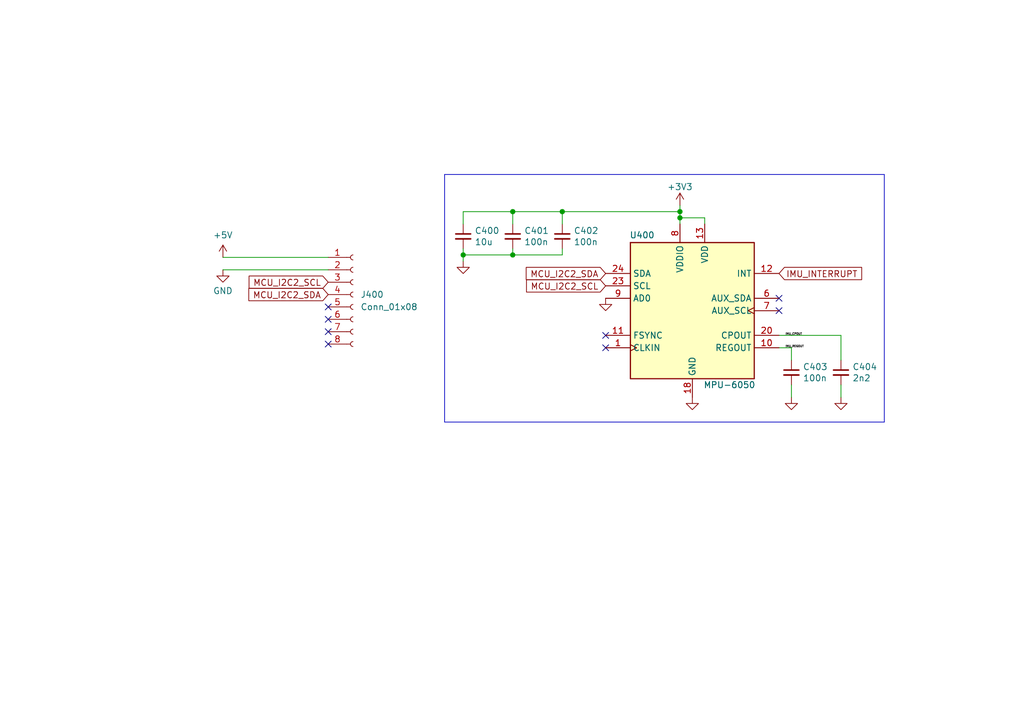
<source format=kicad_sch>
(kicad_sch (version 20230121) (generator eeschema)

  (uuid 0589dc9e-ef89-4c3f-a509-645d996b2ae6)

  (paper "A5")

  (lib_symbols
    (symbol "BluePhil-rescue:+3.3V-power" (power) (pin_names (offset 0)) (in_bom yes) (on_board yes)
      (property "Reference" "#PWR" (at 0 -3.81 0)
        (effects (font (size 1.27 1.27)) hide)
      )
      (property "Value" "+3.3V-power" (at 0 3.556 0)
        (effects (font (size 1.27 1.27)))
      )
      (property "Footprint" "" (at 0 0 0)
        (effects (font (size 1.27 1.27)) hide)
      )
      (property "Datasheet" "" (at 0 0 0)
        (effects (font (size 1.27 1.27)) hide)
      )
      (symbol "+3.3V-power_0_1"
        (polyline
          (pts
            (xy -0.762 1.27)
            (xy 0 2.54)
          )
          (stroke (width 0) (type default))
          (fill (type none))
        )
        (polyline
          (pts
            (xy 0 0)
            (xy 0 2.54)
          )
          (stroke (width 0) (type default))
          (fill (type none))
        )
        (polyline
          (pts
            (xy 0 2.54)
            (xy 0.762 1.27)
          )
          (stroke (width 0) (type default))
          (fill (type none))
        )
      )
      (symbol "+3.3V-power_1_1"
        (pin power_in line (at 0 0 90) (length 0) hide
          (name "+3V3" (effects (font (size 1.27 1.27))))
          (number "1" (effects (font (size 1.27 1.27))))
        )
      )
    )
    (symbol "Connector:Conn_01x08_Socket" (pin_names (offset 1.016) hide) (in_bom yes) (on_board yes)
      (property "Reference" "J" (at 0 10.16 0)
        (effects (font (size 1.27 1.27)))
      )
      (property "Value" "Conn_01x08_Socket" (at 0 -12.7 0)
        (effects (font (size 1.27 1.27)))
      )
      (property "Footprint" "" (at 0 0 0)
        (effects (font (size 1.27 1.27)) hide)
      )
      (property "Datasheet" "~" (at 0 0 0)
        (effects (font (size 1.27 1.27)) hide)
      )
      (property "ki_locked" "" (at 0 0 0)
        (effects (font (size 1.27 1.27)))
      )
      (property "ki_keywords" "connector" (at 0 0 0)
        (effects (font (size 1.27 1.27)) hide)
      )
      (property "ki_description" "Generic connector, single row, 01x08, script generated" (at 0 0 0)
        (effects (font (size 1.27 1.27)) hide)
      )
      (property "ki_fp_filters" "Connector*:*_1x??_*" (at 0 0 0)
        (effects (font (size 1.27 1.27)) hide)
      )
      (symbol "Conn_01x08_Socket_1_1"
        (arc (start 0 -9.652) (mid -0.5058 -10.16) (end 0 -10.668)
          (stroke (width 0.1524) (type default))
          (fill (type none))
        )
        (arc (start 0 -7.112) (mid -0.5058 -7.62) (end 0 -8.128)
          (stroke (width 0.1524) (type default))
          (fill (type none))
        )
        (arc (start 0 -4.572) (mid -0.5058 -5.08) (end 0 -5.588)
          (stroke (width 0.1524) (type default))
          (fill (type none))
        )
        (arc (start 0 -2.032) (mid -0.5058 -2.54) (end 0 -3.048)
          (stroke (width 0.1524) (type default))
          (fill (type none))
        )
        (polyline
          (pts
            (xy -1.27 -10.16)
            (xy -0.508 -10.16)
          )
          (stroke (width 0.1524) (type default))
          (fill (type none))
        )
        (polyline
          (pts
            (xy -1.27 -7.62)
            (xy -0.508 -7.62)
          )
          (stroke (width 0.1524) (type default))
          (fill (type none))
        )
        (polyline
          (pts
            (xy -1.27 -5.08)
            (xy -0.508 -5.08)
          )
          (stroke (width 0.1524) (type default))
          (fill (type none))
        )
        (polyline
          (pts
            (xy -1.27 -2.54)
            (xy -0.508 -2.54)
          )
          (stroke (width 0.1524) (type default))
          (fill (type none))
        )
        (polyline
          (pts
            (xy -1.27 0)
            (xy -0.508 0)
          )
          (stroke (width 0.1524) (type default))
          (fill (type none))
        )
        (polyline
          (pts
            (xy -1.27 2.54)
            (xy -0.508 2.54)
          )
          (stroke (width 0.1524) (type default))
          (fill (type none))
        )
        (polyline
          (pts
            (xy -1.27 5.08)
            (xy -0.508 5.08)
          )
          (stroke (width 0.1524) (type default))
          (fill (type none))
        )
        (polyline
          (pts
            (xy -1.27 7.62)
            (xy -0.508 7.62)
          )
          (stroke (width 0.1524) (type default))
          (fill (type none))
        )
        (arc (start 0 0.508) (mid -0.5058 0) (end 0 -0.508)
          (stroke (width 0.1524) (type default))
          (fill (type none))
        )
        (arc (start 0 3.048) (mid -0.5058 2.54) (end 0 2.032)
          (stroke (width 0.1524) (type default))
          (fill (type none))
        )
        (arc (start 0 5.588) (mid -0.5058 5.08) (end 0 4.572)
          (stroke (width 0.1524) (type default))
          (fill (type none))
        )
        (arc (start 0 8.128) (mid -0.5058 7.62) (end 0 7.112)
          (stroke (width 0.1524) (type default))
          (fill (type none))
        )
        (pin passive line (at -5.08 7.62 0) (length 3.81)
          (name "Pin_1" (effects (font (size 1.27 1.27))))
          (number "1" (effects (font (size 1.27 1.27))))
        )
        (pin passive line (at -5.08 5.08 0) (length 3.81)
          (name "Pin_2" (effects (font (size 1.27 1.27))))
          (number "2" (effects (font (size 1.27 1.27))))
        )
        (pin passive line (at -5.08 2.54 0) (length 3.81)
          (name "Pin_3" (effects (font (size 1.27 1.27))))
          (number "3" (effects (font (size 1.27 1.27))))
        )
        (pin passive line (at -5.08 0 0) (length 3.81)
          (name "Pin_4" (effects (font (size 1.27 1.27))))
          (number "4" (effects (font (size 1.27 1.27))))
        )
        (pin passive line (at -5.08 -2.54 0) (length 3.81)
          (name "Pin_5" (effects (font (size 1.27 1.27))))
          (number "5" (effects (font (size 1.27 1.27))))
        )
        (pin passive line (at -5.08 -5.08 0) (length 3.81)
          (name "Pin_6" (effects (font (size 1.27 1.27))))
          (number "6" (effects (font (size 1.27 1.27))))
        )
        (pin passive line (at -5.08 -7.62 0) (length 3.81)
          (name "Pin_7" (effects (font (size 1.27 1.27))))
          (number "7" (effects (font (size 1.27 1.27))))
        )
        (pin passive line (at -5.08 -10.16 0) (length 3.81)
          (name "Pin_8" (effects (font (size 1.27 1.27))))
          (number "8" (effects (font (size 1.27 1.27))))
        )
      )
    )
    (symbol "Device:C_Small" (pin_numbers hide) (pin_names (offset 0.254) hide) (in_bom yes) (on_board yes)
      (property "Reference" "C" (at 0.254 1.778 0)
        (effects (font (size 1.27 1.27)) (justify left))
      )
      (property "Value" "C_Small" (at 0.254 -2.032 0)
        (effects (font (size 1.27 1.27)) (justify left))
      )
      (property "Footprint" "" (at 0 0 0)
        (effects (font (size 1.27 1.27)) hide)
      )
      (property "Datasheet" "~" (at 0 0 0)
        (effects (font (size 1.27 1.27)) hide)
      )
      (property "ki_keywords" "capacitor cap" (at 0 0 0)
        (effects (font (size 1.27 1.27)) hide)
      )
      (property "ki_description" "Unpolarized capacitor, small symbol" (at 0 0 0)
        (effects (font (size 1.27 1.27)) hide)
      )
      (property "ki_fp_filters" "C_*" (at 0 0 0)
        (effects (font (size 1.27 1.27)) hide)
      )
      (symbol "C_Small_0_1"
        (polyline
          (pts
            (xy -1.524 -0.508)
            (xy 1.524 -0.508)
          )
          (stroke (width 0.3302) (type default))
          (fill (type none))
        )
        (polyline
          (pts
            (xy -1.524 0.508)
            (xy 1.524 0.508)
          )
          (stroke (width 0.3048) (type default))
          (fill (type none))
        )
      )
      (symbol "C_Small_1_1"
        (pin passive line (at 0 2.54 270) (length 2.032)
          (name "~" (effects (font (size 1.27 1.27))))
          (number "1" (effects (font (size 1.27 1.27))))
        )
        (pin passive line (at 0 -2.54 90) (length 2.032)
          (name "~" (effects (font (size 1.27 1.27))))
          (number "2" (effects (font (size 1.27 1.27))))
        )
      )
    )
    (symbol "GND_1" (power) (pin_names (offset 0)) (in_bom yes) (on_board yes)
      (property "Reference" "#PWR" (at 0 -6.35 0)
        (effects (font (size 1.27 1.27)) hide)
      )
      (property "Value" "GND_1" (at 0 -3.81 0)
        (effects (font (size 1.27 1.27)))
      )
      (property "Footprint" "" (at 0 0 0)
        (effects (font (size 1.27 1.27)) hide)
      )
      (property "Datasheet" "" (at 0 0 0)
        (effects (font (size 1.27 1.27)) hide)
      )
      (property "ki_keywords" "global power" (at 0 0 0)
        (effects (font (size 1.27 1.27)) hide)
      )
      (property "ki_description" "Power symbol creates a global label with name \"GND\" , ground" (at 0 0 0)
        (effects (font (size 1.27 1.27)) hide)
      )
      (symbol "GND_1_0_1"
        (polyline
          (pts
            (xy 0 0)
            (xy 0 -1.27)
            (xy 1.27 -1.27)
            (xy 0 -2.54)
            (xy -1.27 -1.27)
            (xy 0 -1.27)
          )
          (stroke (width 0) (type default))
          (fill (type none))
        )
      )
      (symbol "GND_1_1_1"
        (pin power_in line (at 0 0 270) (length 0) hide
          (name "GND" (effects (font (size 1.27 1.27))))
          (number "1" (effects (font (size 1.27 1.27))))
        )
      )
    )
    (symbol "Sensor_Motion:MPU-6050" (in_bom yes) (on_board yes)
      (property "Reference" "U" (at -11.43 13.97 0)
        (effects (font (size 1.27 1.27)))
      )
      (property "Value" "MPU-6050" (at 7.62 -15.24 0)
        (effects (font (size 1.27 1.27)))
      )
      (property "Footprint" "Sensor_Motion:InvenSense_QFN-24_4x4mm_P0.5mm" (at 0 -20.32 0)
        (effects (font (size 1.27 1.27)) hide)
      )
      (property "Datasheet" "https://store.invensense.com/datasheets/invensense/MPU-6050_DataSheet_V3%204.pdf" (at 0 -3.81 0)
        (effects (font (size 1.27 1.27)) hide)
      )
      (property "ki_keywords" "mems" (at 0 0 0)
        (effects (font (size 1.27 1.27)) hide)
      )
      (property "ki_description" "InvenSense 6-Axis Motion Sensor, Gyroscope, Accelerometer, I2C" (at 0 0 0)
        (effects (font (size 1.27 1.27)) hide)
      )
      (property "ki_fp_filters" "*QFN*4x4mm*P0.5mm*" (at 0 0 0)
        (effects (font (size 1.27 1.27)) hide)
      )
      (symbol "MPU-6050_0_0"
        (text "" (at 12.7 -2.54 0)
          (effects (font (size 1.27 1.27)))
        )
      )
      (symbol "MPU-6050_0_1"
        (rectangle (start -12.7 13.97) (end 12.7 -13.97)
          (stroke (width 0.254) (type default))
          (fill (type background))
        )
      )
      (symbol "MPU-6050_1_1"
        (pin input clock (at -17.78 -7.62 0) (length 5.08)
          (name "CLKIN" (effects (font (size 1.27 1.27))))
          (number "1" (effects (font (size 1.27 1.27))))
        )
        (pin passive line (at 17.78 -7.62 180) (length 5.08)
          (name "REGOUT" (effects (font (size 1.27 1.27))))
          (number "10" (effects (font (size 1.27 1.27))))
        )
        (pin input line (at -17.78 -5.08 0) (length 5.08)
          (name "FSYNC" (effects (font (size 1.27 1.27))))
          (number "11" (effects (font (size 1.27 1.27))))
        )
        (pin output line (at 17.78 7.62 180) (length 5.08)
          (name "INT" (effects (font (size 1.27 1.27))))
          (number "12" (effects (font (size 1.27 1.27))))
        )
        (pin power_in line (at 2.54 17.78 270) (length 3.81)
          (name "VDD" (effects (font (size 1.27 1.27))))
          (number "13" (effects (font (size 1.27 1.27))))
        )
        (pin no_connect line (at -12.7 -10.16 0) (length 2.54) hide
          (name "NC" (effects (font (size 1.27 1.27))))
          (number "14" (effects (font (size 1.27 1.27))))
        )
        (pin no_connect line (at 12.7 12.7 180) (length 2.54) hide
          (name "NC" (effects (font (size 1.27 1.27))))
          (number "15" (effects (font (size 1.27 1.27))))
        )
        (pin no_connect line (at 12.7 10.16 180) (length 2.54) hide
          (name "NC" (effects (font (size 1.27 1.27))))
          (number "16" (effects (font (size 1.27 1.27))))
        )
        (pin no_connect line (at 12.7 5.08 180) (length 2.54) hide
          (name "NC" (effects (font (size 1.27 1.27))))
          (number "17" (effects (font (size 1.27 1.27))))
        )
        (pin power_in line (at 0 -17.78 90) (length 3.81)
          (name "GND" (effects (font (size 1.27 1.27))))
          (number "18" (effects (font (size 1.27 1.27))))
        )
        (pin no_connect line (at 12.7 -10.16 180) (length 2.54) hide
          (name "NC" (effects (font (size 1.27 1.27))))
          (number "19" (effects (font (size 1.27 1.27))))
        )
        (pin no_connect line (at -12.7 12.7 0) (length 2.54) hide
          (name "NC" (effects (font (size 1.27 1.27))))
          (number "2" (effects (font (size 1.27 1.27))))
        )
        (pin passive line (at 17.78 -5.08 180) (length 5.08)
          (name "CPOUT" (effects (font (size 1.27 1.27))))
          (number "20" (effects (font (size 1.27 1.27))))
        )
        (pin no_connect line (at 12.7 -2.54 180) (length 2.54) hide
          (name "NC" (effects (font (size 1.27 1.27))))
          (number "21" (effects (font (size 1.27 1.27))))
        )
        (pin no_connect line (at 12.7 -12.7 180) (length 2.54) hide
          (name "NC" (effects (font (size 1.27 1.27))))
          (number "22" (effects (font (size 1.27 1.27))))
        )
        (pin input line (at -17.78 5.08 0) (length 5.08)
          (name "SCL" (effects (font (size 1.27 1.27))))
          (number "23" (effects (font (size 1.27 1.27))))
        )
        (pin bidirectional line (at -17.78 7.62 0) (length 5.08)
          (name "SDA" (effects (font (size 1.27 1.27))))
          (number "24" (effects (font (size 1.27 1.27))))
        )
        (pin no_connect line (at -12.7 10.16 0) (length 2.54) hide
          (name "NC" (effects (font (size 1.27 1.27))))
          (number "3" (effects (font (size 1.27 1.27))))
        )
        (pin no_connect line (at -12.7 0 0) (length 2.54) hide
          (name "NC" (effects (font (size 1.27 1.27))))
          (number "4" (effects (font (size 1.27 1.27))))
        )
        (pin no_connect line (at -12.7 -2.54 0) (length 2.54) hide
          (name "NC" (effects (font (size 1.27 1.27))))
          (number "5" (effects (font (size 1.27 1.27))))
        )
        (pin bidirectional line (at 17.78 2.54 180) (length 5.08)
          (name "AUX_SDA" (effects (font (size 1.27 1.27))))
          (number "6" (effects (font (size 1.27 1.27))))
        )
        (pin output clock (at 17.78 0 180) (length 5.08)
          (name "AUX_SCL" (effects (font (size 1.27 1.27))))
          (number "7" (effects (font (size 1.27 1.27))))
        )
        (pin power_in line (at -2.54 17.78 270) (length 3.81)
          (name "VDDIO" (effects (font (size 1.27 1.27))))
          (number "8" (effects (font (size 1.27 1.27))))
        )
        (pin input line (at -17.78 2.54 0) (length 5.08)
          (name "AD0" (effects (font (size 1.27 1.27))))
          (number "9" (effects (font (size 1.27 1.27))))
        )
      )
    )
    (symbol "power:+5V" (power) (pin_names (offset 0)) (in_bom yes) (on_board yes)
      (property "Reference" "#PWR" (at 0 -3.81 0)
        (effects (font (size 1.27 1.27)) hide)
      )
      (property "Value" "+5V" (at 0 3.556 0)
        (effects (font (size 1.27 1.27)))
      )
      (property "Footprint" "" (at 0 0 0)
        (effects (font (size 1.27 1.27)) hide)
      )
      (property "Datasheet" "" (at 0 0 0)
        (effects (font (size 1.27 1.27)) hide)
      )
      (property "ki_keywords" "global power" (at 0 0 0)
        (effects (font (size 1.27 1.27)) hide)
      )
      (property "ki_description" "Power symbol creates a global label with name \"+5V\"" (at 0 0 0)
        (effects (font (size 1.27 1.27)) hide)
      )
      (symbol "+5V_0_1"
        (polyline
          (pts
            (xy -0.762 1.27)
            (xy 0 2.54)
          )
          (stroke (width 0) (type default))
          (fill (type none))
        )
        (polyline
          (pts
            (xy 0 0)
            (xy 0 2.54)
          )
          (stroke (width 0) (type default))
          (fill (type none))
        )
        (polyline
          (pts
            (xy 0 2.54)
            (xy 0.762 1.27)
          )
          (stroke (width 0) (type default))
          (fill (type none))
        )
      )
      (symbol "+5V_1_1"
        (pin power_in line (at 0 0 90) (length 0) hide
          (name "+5V" (effects (font (size 1.27 1.27))))
          (number "1" (effects (font (size 1.27 1.27))))
        )
      )
    )
    (symbol "power:GND" (power) (pin_names (offset 0)) (in_bom yes) (on_board yes)
      (property "Reference" "#PWR" (at 0 -6.35 0)
        (effects (font (size 1.27 1.27)) hide)
      )
      (property "Value" "GND" (at 0 -3.81 0)
        (effects (font (size 1.27 1.27)))
      )
      (property "Footprint" "" (at 0 0 0)
        (effects (font (size 1.27 1.27)) hide)
      )
      (property "Datasheet" "" (at 0 0 0)
        (effects (font (size 1.27 1.27)) hide)
      )
      (property "ki_keywords" "power-flag" (at 0 0 0)
        (effects (font (size 1.27 1.27)) hide)
      )
      (property "ki_description" "Power symbol creates a global label with name \"GND\" , ground" (at 0 0 0)
        (effects (font (size 1.27 1.27)) hide)
      )
      (symbol "GND_0_1"
        (polyline
          (pts
            (xy 0 0)
            (xy 0 -1.27)
            (xy 1.27 -1.27)
            (xy 0 -2.54)
            (xy -1.27 -1.27)
            (xy 0 -1.27)
          )
          (stroke (width 0) (type default))
          (fill (type none))
        )
      )
      (symbol "GND_1_1"
        (pin power_in line (at 0 0 270) (length 0) hide
          (name "GND" (effects (font (size 1.27 1.27))))
          (number "1" (effects (font (size 1.27 1.27))))
        )
      )
    )
  )

  (junction (at 105.156 43.434) (diameter 0) (color 0 0 0 0)
    (uuid 0d43a7e3-3149-4879-90c5-4fbd5c405c99)
  )
  (junction (at 139.446 44.704) (diameter 0) (color 0 0 0 0)
    (uuid 20234eff-6ac3-4502-8bfd-6833aee511fc)
  )
  (junction (at 94.996 52.324) (diameter 0) (color 0 0 0 0)
    (uuid 3868f92e-ca99-4abc-baae-883f2ae18ba1)
  )
  (junction (at 105.156 52.324) (diameter 0) (color 0 0 0 0)
    (uuid 450b13ab-bb7d-4583-b440-2dbbfaba1dbd)
  )
  (junction (at 115.316 43.434) (diameter 0) (color 0 0 0 0)
    (uuid 7a3f1cae-5eb0-46b5-b6c1-afa3d8d2f92a)
  )
  (junction (at 139.446 43.434) (diameter 0) (color 0 0 0 0)
    (uuid 7dadf38b-d157-438a-baac-8ecbf8b30fa8)
  )

  (no_connect (at 159.766 63.754) (uuid 1c9b9088-00f7-4e2e-9688-5e259cb39418))
  (no_connect (at 67.31 70.612) (uuid 58ecb738-e42f-492c-8cf6-6eec6d12bfb2))
  (no_connect (at 159.766 61.214) (uuid 7248af90-e9b8-4d05-9767-1d116991bfb8))
  (no_connect (at 124.206 71.374) (uuid a3d33eb5-1b59-4438-8451-a569b0113dc5))
  (no_connect (at 124.206 68.834) (uuid b9dd1a1b-89ef-4146-99ec-32dcbb6c8dc5))
  (no_connect (at 67.31 65.532) (uuid c46be670-2fe7-4db0-a721-ca934c6d7177))
  (no_connect (at 67.31 62.992) (uuid d19b158f-4437-41e6-bcb5-352549f834b0))
  (no_connect (at 67.31 68.072) (uuid de9c02c0-b033-4fb9-85a8-ee903baed93b))

  (wire (pts (xy 162.306 71.374) (xy 159.766 71.374))
    (stroke (width 0) (type default))
    (uuid 00f7b149-43f1-44c9-8d95-b02fb698c093)
  )
  (wire (pts (xy 105.156 51.054) (xy 105.156 52.324))
    (stroke (width 0) (type default))
    (uuid 03839071-e408-497d-9396-ef009458bcd6)
  )
  (wire (pts (xy 162.306 78.994) (xy 162.306 81.534))
    (stroke (width 0) (type default))
    (uuid 07892068-2140-4188-aa9c-b8df33895056)
  )
  (wire (pts (xy 139.446 44.704) (xy 139.446 45.974))
    (stroke (width 0) (type default))
    (uuid 274862dc-bf2d-4e95-a895-c2d482309d55)
  )
  (wire (pts (xy 105.156 45.974) (xy 105.156 43.434))
    (stroke (width 0) (type default))
    (uuid 33edb8ee-3ce6-4476-8904-c0e8fc29b9bc)
  )
  (wire (pts (xy 144.526 44.704) (xy 144.526 45.974))
    (stroke (width 0) (type default))
    (uuid 349c7a1f-6a75-408b-bc26-d8ca2fc4d8ea)
  )
  (wire (pts (xy 115.316 52.324) (xy 115.316 51.054))
    (stroke (width 0) (type default))
    (uuid 49b70c6b-8857-473f-bcc5-6281e5327167)
  )
  (wire (pts (xy 45.72 52.832) (xy 67.31 52.832))
    (stroke (width 0) (type default))
    (uuid 4dceac44-8f50-404b-98f6-65b0d0849a69)
  )
  (wire (pts (xy 94.996 45.974) (xy 94.996 43.434))
    (stroke (width 0) (type default))
    (uuid 54406497-774b-4388-abc9-c6f88abcd295)
  )
  (wire (pts (xy 172.466 73.914) (xy 172.466 68.834))
    (stroke (width 0) (type default))
    (uuid 5801e4f3-d839-4976-b112-c5736fdd088d)
  )
  (wire (pts (xy 45.72 55.372) (xy 67.31 55.372))
    (stroke (width 0) (type default))
    (uuid 593d36eb-6d25-4a62-b29d-2f59677f45fd)
  )
  (wire (pts (xy 94.996 52.324) (xy 105.156 52.324))
    (stroke (width 0) (type default))
    (uuid 5d754b44-3f6b-4ab3-a572-7a97a32248ea)
  )
  (wire (pts (xy 172.466 81.534) (xy 172.466 78.994))
    (stroke (width 0) (type default))
    (uuid 6304e4f3-7972-4a24-9628-ea1db672bc48)
  )
  (wire (pts (xy 115.316 45.974) (xy 115.316 43.434))
    (stroke (width 0) (type default))
    (uuid 6cb787ee-7038-4504-9bc0-9827eb6cd61a)
  )
  (wire (pts (xy 105.156 52.324) (xy 115.316 52.324))
    (stroke (width 0) (type default))
    (uuid 713951ba-9580-4020-a42d-098c66260dc9)
  )
  (wire (pts (xy 172.466 68.834) (xy 159.766 68.834))
    (stroke (width 0) (type default))
    (uuid 7c39df9d-0a41-4a1c-adae-f4d91ab4da62)
  )
  (polyline (pts (xy 181.356 86.614) (xy 181.356 35.814))
    (stroke (width 0) (type default))
    (uuid 848b1207-aa71-4f2f-b436-31f0527dcb21)
  )
  (polyline (pts (xy 91.186 35.814) (xy 181.356 35.814))
    (stroke (width 0) (type default))
    (uuid 853b2cf4-5688-4f16-be54-e622184cc2e3)
  )

  (wire (pts (xy 139.446 43.434) (xy 139.446 44.704))
    (stroke (width 0) (type default))
    (uuid 86d1a882-c1d9-4047-bb54-3899b5d69c9d)
  )
  (wire (pts (xy 139.446 42.164) (xy 139.446 43.434))
    (stroke (width 0) (type default))
    (uuid a1e985bb-3342-40ef-bff1-554b26901732)
  )
  (polyline (pts (xy 91.186 35.814) (xy 91.186 86.614))
    (stroke (width 0) (type default))
    (uuid a61aacf8-d3e8-4619-8e97-43d5f65c79c5)
  )

  (wire (pts (xy 115.316 43.434) (xy 139.446 43.434))
    (stroke (width 0) (type default))
    (uuid b60a3416-e57c-4521-959b-7cdc9e4e4f07)
  )
  (wire (pts (xy 115.316 43.434) (xy 105.156 43.434))
    (stroke (width 0) (type default))
    (uuid cb29f443-5576-40b5-9bbf-b86b14c530f0)
  )
  (wire (pts (xy 94.996 52.324) (xy 94.996 51.054))
    (stroke (width 0) (type default))
    (uuid d3d2c610-0e60-40a0-aecf-dcec303aa59f)
  )
  (polyline (pts (xy 91.186 86.614) (xy 181.356 86.614))
    (stroke (width 0) (type default))
    (uuid d676608d-927f-4716-b110-c4b2c407f2dc)
  )

  (wire (pts (xy 94.996 53.594) (xy 94.996 52.324))
    (stroke (width 0) (type default))
    (uuid d75066bc-8f68-466f-9e94-96cf9fbdf14c)
  )
  (wire (pts (xy 139.446 44.704) (xy 144.526 44.704))
    (stroke (width 0) (type default))
    (uuid dfb1b176-cf8c-4139-b1b6-fc967baac76e)
  )
  (wire (pts (xy 162.306 71.374) (xy 162.306 73.914))
    (stroke (width 0) (type default))
    (uuid e021e498-a426-40a0-8d9f-0003d98d3de0)
  )
  (wire (pts (xy 94.996 43.434) (xy 105.156 43.434))
    (stroke (width 0) (type default))
    (uuid ed75db76-c025-49a1-bce5-7ba6d0894f8d)
  )

  (label "IMU_CPOUT" (at 161.036 68.834 0) (fields_autoplaced)
    (effects (font (size 0.4064 0.4064)) (justify left bottom))
    (uuid 6573ad1a-6c5a-4a60-8658-63a032f8ec03)
  )
  (label "IMU_REGOUT" (at 161.036 71.374 0) (fields_autoplaced)
    (effects (font (size 0.4064 0.4064)) (justify left bottom))
    (uuid faae02ed-a8ba-427a-8c09-5181e36fc6c4)
  )

  (global_label "IMU_INTERRUPT" (shape input) (at 159.766 56.134 0) (fields_autoplaced)
    (effects (font (size 1.27 1.27)) (justify left))
    (uuid 582a239a-21a0-4db2-a776-77d368b9990d)
    (property "Intersheetrefs" "${INTERSHEET_REFS}" (at -18.034 -59.436 0)
      (effects (font (size 1.27 1.27)) hide)
    )
  )
  (global_label "MCU_I2C2_SCL" (shape input) (at 124.206 58.674 180) (fields_autoplaced)
    (effects (font (size 1.27 1.27)) (justify right))
    (uuid 68a26820-83e8-47a9-950d-97a2d5f54372)
    (property "Intersheetrefs" "${INTERSHEET_REFS}" (at -18.034 -59.436 0)
      (effects (font (size 1.27 1.27)) hide)
    )
  )
  (global_label "MCU_I2C2_SDA" (shape input) (at 67.31 60.452 180) (fields_autoplaced)
    (effects (font (size 1.27 1.27)) (justify right))
    (uuid 88fe0235-51a1-4a90-84d8-3d07b407eba5)
    (property "Intersheetrefs" "${INTERSHEET_REFS}" (at -74.93 -55.118 0)
      (effects (font (size 1.27 1.27)) hide)
    )
  )
  (global_label "MCU_I2C2_SCL" (shape input) (at 67.31 57.912 180) (fields_autoplaced)
    (effects (font (size 1.27 1.27)) (justify right))
    (uuid c0a06638-6876-4dcf-83a7-97cd64af7c9f)
    (property "Intersheetrefs" "${INTERSHEET_REFS}" (at -74.93 -60.198 0)
      (effects (font (size 1.27 1.27)) hide)
    )
  )
  (global_label "MCU_I2C2_SDA" (shape input) (at 124.206 56.134 180) (fields_autoplaced)
    (effects (font (size 1.27 1.27)) (justify right))
    (uuid e989390b-c24b-4eab-96fe-a7ab9fe8ddbc)
    (property "Intersheetrefs" "${INTERSHEET_REFS}" (at -18.034 -59.436 0)
      (effects (font (size 1.27 1.27)) hide)
    )
  )

  (symbol (lib_id "Sensor_Motion:MPU-6050") (at 141.986 63.754 0) (unit 1)
    (in_bom yes) (on_board yes) (dnp no)
    (uuid 00000000-0000-0000-0000-0000604a62ff)
    (property "Reference" "U400" (at 131.699 48.26 0)
      (effects (font (size 1.27 1.27)))
    )
    (property "Value" "MPU-6050" (at 149.606 78.994 0)
      (effects (font (size 1.27 1.27)))
    )
    (property "Footprint" "Sensor_Motion:InvenSense_QFN-24_4x4mm_P0.5mm" (at 141.986 84.074 0)
      (effects (font (size 1.27 1.27)) hide)
    )
    (property "Datasheet" "https://store.invensense.com/datasheets/invensense/MPU-6050_DataSheet_V3%204.pdf" (at 141.986 67.564 0)
      (effects (font (size 1.27 1.27)) hide)
    )
    (property "LCSC Part #" "C24112" (at 141.986 63.754 0)
      (effects (font (size 1.27 1.27)) hide)
    )
    (pin "1" (uuid b5d72070-12f3-4647-b3ac-795b23819ed4))
    (pin "10" (uuid 2656bd0b-1634-44f5-ac41-5cbccdcd2613))
    (pin "11" (uuid 88516956-5056-4d60-9dd0-759208ebd749))
    (pin "12" (uuid 545b8365-3ee3-4357-af53-860e18fd82b3))
    (pin "13" (uuid 4dae3029-ca8c-4651-a6df-f16941fed0b8))
    (pin "14" (uuid 35627826-7922-48f3-997f-8ec9bc21851f))
    (pin "15" (uuid 9ad3ad55-439a-44d7-bdf4-a292a530868d))
    (pin "16" (uuid d8c1949a-3fa3-40c3-b195-3e83da3e5d60))
    (pin "17" (uuid 14b1bcad-998a-4116-8506-4554a457ca15))
    (pin "18" (uuid 4db9c75e-1d38-4b80-b166-a7824783e069))
    (pin "19" (uuid 4ff2dbeb-033a-4e5a-92b5-597da3ae2b85))
    (pin "2" (uuid 787e82e1-e72f-461c-81a0-9222a9ef012c))
    (pin "20" (uuid 010dfe47-ab63-4df2-ac32-4f45e81e10ef))
    (pin "21" (uuid 3c1149e8-860f-45bc-8772-ac0af75c56ac))
    (pin "22" (uuid e942f1b7-9d39-4ebe-9718-7c11cd6842e5))
    (pin "23" (uuid c4743510-4cd1-4a7e-81ba-0366779af28f))
    (pin "24" (uuid 13fddd0a-5fb9-4e38-bc8b-f810582a8e2b))
    (pin "3" (uuid f4afd760-0613-4019-b270-69e9d5d8301d))
    (pin "4" (uuid b69e2832-53e2-49f4-a803-40d9f2d470b5))
    (pin "5" (uuid 10db4759-b3ff-43a1-83e1-1b065f01c7ff))
    (pin "6" (uuid e3c42bce-5b32-4dae-8458-137ca1d2b442))
    (pin "7" (uuid c24ed411-8650-48d7-aefb-b2b41e5f4329))
    (pin "8" (uuid b5260978-b809-41a5-aa54-b58e8e0d8da5))
    (pin "9" (uuid 53dc87ec-f62b-48f0-ae35-eb633ec3727a))
    (instances
      (project "BluePhil"
        (path "/07171637-6e41-4e80-a107-1fcca1fd6ec6/00000000-0000-0000-0000-00006043964d"
          (reference "U400") (unit 1)
        )
      )
    )
  )

  (symbol (lib_id "power:GND") (at 141.986 81.534 0) (unit 1)
    (in_bom yes) (on_board yes) (dnp no)
    (uuid 00000000-0000-0000-0000-0000604c8567)
    (property "Reference" "#PWR0405" (at 141.986 87.884 0)
      (effects (font (size 1.27 1.27)) hide)
    )
    (property "Value" "GND" (at 141.986 85.344 0)
      (effects (font (size 1.27 1.27)) hide)
    )
    (property "Footprint" "" (at 141.986 81.534 0)
      (effects (font (size 1.27 1.27)) hide)
    )
    (property "Datasheet" "" (at 141.986 81.534 0)
      (effects (font (size 1.27 1.27)) hide)
    )
    (pin "1" (uuid 8f950da5-b8a9-4f90-a6ae-5703173d1d39))
    (instances
      (project "BluePhil"
        (path "/07171637-6e41-4e80-a107-1fcca1fd6ec6/00000000-0000-0000-0000-00006043964d"
          (reference "#PWR0405") (unit 1)
        )
      )
    )
  )

  (symbol (lib_id "BluePhil-rescue:+3.3V-power") (at 139.446 42.164 0) (unit 1)
    (in_bom yes) (on_board yes) (dnp no)
    (uuid 00000000-0000-0000-0000-0000604ca896)
    (property "Reference" "#PWR0404" (at 139.446 45.974 0)
      (effects (font (size 1.27 1.27)) hide)
    )
    (property "Value" "+3.3V" (at 139.446 38.354 0)
      (effects (font (size 1.27 1.27)))
    )
    (property "Footprint" "" (at 139.446 42.164 0)
      (effects (font (size 1.27 1.27)) hide)
    )
    (property "Datasheet" "" (at 139.446 42.164 0)
      (effects (font (size 1.27 1.27)) hide)
    )
    (pin "1" (uuid edcb39d8-1a73-4559-83c0-f54d398d3997))
    (instances
      (project "BluePhil"
        (path "/07171637-6e41-4e80-a107-1fcca1fd6ec6/00000000-0000-0000-0000-00006043964d"
          (reference "#PWR0404") (unit 1)
        )
      )
    )
  )

  (symbol (lib_id "Device:C_Small") (at 105.156 48.514 0) (unit 1)
    (in_bom yes) (on_board yes) (dnp no)
    (uuid 00000000-0000-0000-0000-0000604cc8cd)
    (property "Reference" "C401" (at 107.4928 47.3456 0)
      (effects (font (size 1.27 1.27)) (justify left))
    )
    (property "Value" "100n" (at 107.4928 49.657 0)
      (effects (font (size 1.27 1.27)) (justify left))
    )
    (property "Footprint" "Capacitor_SMD:C_0402_1005Metric" (at 105.156 48.514 0)
      (effects (font (size 1.27 1.27)) hide)
    )
    (property "Datasheet" "~" (at 105.156 48.514 0)
      (effects (font (size 1.27 1.27)) hide)
    )
    (property "LCSC Part #" "C1525" (at 105.156 48.514 0)
      (effects (font (size 1.27 1.27)) hide)
    )
    (pin "1" (uuid 6008c5d7-1574-4f4f-b86c-5f1e002d618f))
    (pin "2" (uuid 42b885dd-a9b8-41a2-ac2d-9452a1becbe3))
    (instances
      (project "BluePhil"
        (path "/07171637-6e41-4e80-a107-1fcca1fd6ec6/00000000-0000-0000-0000-00006043964d"
          (reference "C401") (unit 1)
        )
      )
    )
  )

  (symbol (lib_id "Device:C_Small") (at 115.316 48.514 0) (unit 1)
    (in_bom yes) (on_board yes) (dnp no)
    (uuid 00000000-0000-0000-0000-0000604cc8d5)
    (property "Reference" "C402" (at 117.6528 47.3456 0)
      (effects (font (size 1.27 1.27)) (justify left))
    )
    (property "Value" "100n" (at 117.6528 49.657 0)
      (effects (font (size 1.27 1.27)) (justify left))
    )
    (property "Footprint" "Capacitor_SMD:C_0402_1005Metric" (at 115.316 48.514 0)
      (effects (font (size 1.27 1.27)) hide)
    )
    (property "Datasheet" "~" (at 115.316 48.514 0)
      (effects (font (size 1.27 1.27)) hide)
    )
    (property "LCSC Part #" "C1525" (at 115.316 48.514 0)
      (effects (font (size 1.27 1.27)) hide)
    )
    (pin "1" (uuid 4ab22295-3c20-425a-8a71-bf0944af139a))
    (pin "2" (uuid e5205832-afa1-4d76-a206-04a944fe28bd))
    (instances
      (project "BluePhil"
        (path "/07171637-6e41-4e80-a107-1fcca1fd6ec6/00000000-0000-0000-0000-00006043964d"
          (reference "C402") (unit 1)
        )
      )
    )
  )

  (symbol (lib_id "power:GND") (at 94.996 53.594 0) (unit 1)
    (in_bom yes) (on_board yes) (dnp no)
    (uuid 00000000-0000-0000-0000-0000604cc8de)
    (property "Reference" "#PWR0402" (at 94.996 59.944 0)
      (effects (font (size 1.27 1.27)) hide)
    )
    (property "Value" "GND" (at 94.996 57.404 0)
      (effects (font (size 1.27 1.27)) hide)
    )
    (property "Footprint" "" (at 94.996 53.594 0)
      (effects (font (size 1.27 1.27)) hide)
    )
    (property "Datasheet" "" (at 94.996 53.594 0)
      (effects (font (size 1.27 1.27)) hide)
    )
    (pin "1" (uuid 6e9e8c3e-84c2-4144-b852-9e73df98bdf4))
    (instances
      (project "BluePhil"
        (path "/07171637-6e41-4e80-a107-1fcca1fd6ec6/00000000-0000-0000-0000-00006043964d"
          (reference "#PWR0402") (unit 1)
        )
      )
    )
  )

  (symbol (lib_id "power:GND") (at 124.206 61.214 0) (unit 1)
    (in_bom yes) (on_board yes) (dnp no)
    (uuid 00000000-0000-0000-0000-0000604cd239)
    (property "Reference" "#PWR0403" (at 124.206 67.564 0)
      (effects (font (size 1.27 1.27)) hide)
    )
    (property "Value" "GND" (at 124.206 65.024 0)
      (effects (font (size 1.27 1.27)) hide)
    )
    (property "Footprint" "" (at 124.206 61.214 0)
      (effects (font (size 1.27 1.27)) hide)
    )
    (property "Datasheet" "" (at 124.206 61.214 0)
      (effects (font (size 1.27 1.27)) hide)
    )
    (pin "1" (uuid 4efb1889-ffba-4b9c-9d27-5ecf5053ebd6))
    (instances
      (project "BluePhil"
        (path "/07171637-6e41-4e80-a107-1fcca1fd6ec6/00000000-0000-0000-0000-00006043964d"
          (reference "#PWR0403") (unit 1)
        )
      )
    )
  )

  (symbol (lib_id "Device:C_Small") (at 94.996 48.514 0) (unit 1)
    (in_bom yes) (on_board yes) (dnp no)
    (uuid 00000000-0000-0000-0000-0000604d073d)
    (property "Reference" "C400" (at 97.3328 47.3456 0)
      (effects (font (size 1.27 1.27)) (justify left))
    )
    (property "Value" "10u" (at 97.3328 49.657 0)
      (effects (font (size 1.27 1.27)) (justify left))
    )
    (property "Footprint" "Capacitor_SMD:C_0603_1608Metric" (at 94.996 48.514 0)
      (effects (font (size 1.27 1.27)) hide)
    )
    (property "Datasheet" "~" (at 94.996 48.514 0)
      (effects (font (size 1.27 1.27)) hide)
    )
    (property "LCSC Part #" "C19702" (at 94.996 48.514 0)
      (effects (font (size 1.27 1.27)) hide)
    )
    (pin "1" (uuid e5876dbe-52f3-4605-bd1d-c446423a7dce))
    (pin "2" (uuid 726e4d28-614e-4bc8-bb5e-9eb2c8c99e05))
    (instances
      (project "BluePhil"
        (path "/07171637-6e41-4e80-a107-1fcca1fd6ec6/00000000-0000-0000-0000-00006043964d"
          (reference "C400") (unit 1)
        )
      )
    )
  )

  (symbol (lib_id "Device:C_Small") (at 162.306 76.454 0) (unit 1)
    (in_bom yes) (on_board yes) (dnp no)
    (uuid 00000000-0000-0000-0000-0000604d946a)
    (property "Reference" "C403" (at 164.6428 75.2856 0)
      (effects (font (size 1.27 1.27)) (justify left))
    )
    (property "Value" "100n" (at 164.6428 77.597 0)
      (effects (font (size 1.27 1.27)) (justify left))
    )
    (property "Footprint" "Capacitor_SMD:C_0402_1005Metric" (at 162.306 76.454 0)
      (effects (font (size 1.27 1.27)) hide)
    )
    (property "Datasheet" "~" (at 162.306 76.454 0)
      (effects (font (size 1.27 1.27)) hide)
    )
    (property "LCSC Part #" "C1525" (at 162.306 76.454 0)
      (effects (font (size 1.27 1.27)) hide)
    )
    (pin "1" (uuid e48e0852-a32c-474c-8d53-b8cbcb773ba0))
    (pin "2" (uuid 7e420683-0d26-4458-9249-de75aac091f2))
    (instances
      (project "BluePhil"
        (path "/07171637-6e41-4e80-a107-1fcca1fd6ec6/00000000-0000-0000-0000-00006043964d"
          (reference "C403") (unit 1)
        )
      )
    )
  )

  (symbol (lib_id "power:GND") (at 162.306 81.534 0) (unit 1)
    (in_bom yes) (on_board yes) (dnp no)
    (uuid 00000000-0000-0000-0000-0000604da707)
    (property "Reference" "#PWR0406" (at 162.306 87.884 0)
      (effects (font (size 1.27 1.27)) hide)
    )
    (property "Value" "GND" (at 162.306 85.344 0)
      (effects (font (size 1.27 1.27)) hide)
    )
    (property "Footprint" "" (at 162.306 81.534 0)
      (effects (font (size 1.27 1.27)) hide)
    )
    (property "Datasheet" "" (at 162.306 81.534 0)
      (effects (font (size 1.27 1.27)) hide)
    )
    (pin "1" (uuid 2a66b8fb-ec68-4260-a768-6ec01f43996e))
    (instances
      (project "BluePhil"
        (path "/07171637-6e41-4e80-a107-1fcca1fd6ec6/00000000-0000-0000-0000-00006043964d"
          (reference "#PWR0406") (unit 1)
        )
      )
    )
  )

  (symbol (lib_id "Device:C_Small") (at 172.466 76.454 0) (unit 1)
    (in_bom yes) (on_board yes) (dnp no)
    (uuid 00000000-0000-0000-0000-0000604db7da)
    (property "Reference" "C404" (at 174.8028 75.2856 0)
      (effects (font (size 1.27 1.27)) (justify left))
    )
    (property "Value" "2n2" (at 174.8028 77.597 0)
      (effects (font (size 1.27 1.27)) (justify left))
    )
    (property "Footprint" "Capacitor_SMD:C_0402_1005Metric" (at 172.466 76.454 0)
      (effects (font (size 1.27 1.27)) hide)
    )
    (property "Datasheet" "~" (at 172.466 76.454 0)
      (effects (font (size 1.27 1.27)) hide)
    )
    (property "LCSC Part #" "C1531" (at 172.466 76.454 0)
      (effects (font (size 1.27 1.27)) hide)
    )
    (pin "1" (uuid df111913-1d3a-41b3-8440-e64fc98d9fc4))
    (pin "2" (uuid b2eb99cf-b379-43ca-8a7b-0118b634fa9b))
    (instances
      (project "BluePhil"
        (path "/07171637-6e41-4e80-a107-1fcca1fd6ec6/00000000-0000-0000-0000-00006043964d"
          (reference "C404") (unit 1)
        )
      )
    )
  )

  (symbol (lib_id "power:GND") (at 172.466 81.534 0) (unit 1)
    (in_bom yes) (on_board yes) (dnp no)
    (uuid 00000000-0000-0000-0000-0000604dc157)
    (property "Reference" "#PWR0407" (at 172.466 87.884 0)
      (effects (font (size 1.27 1.27)) hide)
    )
    (property "Value" "GND" (at 172.466 85.344 0)
      (effects (font (size 1.27 1.27)) hide)
    )
    (property "Footprint" "" (at 172.466 81.534 0)
      (effects (font (size 1.27 1.27)) hide)
    )
    (property "Datasheet" "" (at 172.466 81.534 0)
      (effects (font (size 1.27 1.27)) hide)
    )
    (pin "1" (uuid ee18a3bb-6702-468e-ab2a-efba2d7de8ed))
    (instances
      (project "BluePhil"
        (path "/07171637-6e41-4e80-a107-1fcca1fd6ec6/00000000-0000-0000-0000-00006043964d"
          (reference "#PWR0407") (unit 1)
        )
      )
    )
  )

  (symbol (lib_id "power:+5V") (at 45.72 52.832 0) (unit 1)
    (in_bom yes) (on_board yes) (dnp no) (fields_autoplaced)
    (uuid 647c1601-4fbe-4a61-b12d-996a47396da7)
    (property "Reference" "#PWR0400" (at 45.72 56.642 0)
      (effects (font (size 1.27 1.27)) hide)
    )
    (property "Value" "+5V" (at 45.72 48.26 0)
      (effects (font (size 1.27 1.27)))
    )
    (property "Footprint" "" (at 45.72 52.832 0)
      (effects (font (size 1.27 1.27)) hide)
    )
    (property "Datasheet" "" (at 45.72 52.832 0)
      (effects (font (size 1.27 1.27)) hide)
    )
    (pin "1" (uuid 3d037ec9-84d5-4959-93ae-59f7ebdcdfd4))
    (instances
      (project "BluePhil"
        (path "/07171637-6e41-4e80-a107-1fcca1fd6ec6/00000000-0000-0000-0000-00006043964d"
          (reference "#PWR0400") (unit 1)
        )
      )
    )
  )

  (symbol (lib_name "GND_1") (lib_id "power:GND") (at 45.72 55.372 0) (unit 1)
    (in_bom yes) (on_board yes) (dnp no) (fields_autoplaced)
    (uuid 6d9f4a43-ea30-4d76-af7c-365a8fd1d88e)
    (property "Reference" "#PWR0401" (at 45.72 61.722 0)
      (effects (font (size 1.27 1.27)) hide)
    )
    (property "Value" "GND" (at 45.72 59.69 0)
      (effects (font (size 1.27 1.27)))
    )
    (property "Footprint" "" (at 45.72 55.372 0)
      (effects (font (size 1.27 1.27)) hide)
    )
    (property "Datasheet" "" (at 45.72 55.372 0)
      (effects (font (size 1.27 1.27)) hide)
    )
    (pin "1" (uuid f730f43b-426c-4ba9-9a6e-2b601b1487f1))
    (instances
      (project "BluePhil"
        (path "/07171637-6e41-4e80-a107-1fcca1fd6ec6/00000000-0000-0000-0000-00006043964d"
          (reference "#PWR0401") (unit 1)
        )
      )
    )
  )

  (symbol (lib_id "Connector:Conn_01x08_Socket") (at 72.39 60.452 0) (unit 1)
    (in_bom yes) (on_board yes) (dnp no) (fields_autoplaced)
    (uuid bc3079ec-d73e-4a57-ac9c-8497f65c8889)
    (property "Reference" "J400" (at 73.914 60.452 0)
      (effects (font (size 1.27 1.27)) (justify left))
    )
    (property "Value" "Conn_01x08" (at 73.914 62.992 0)
      (effects (font (size 1.27 1.27)) (justify left))
    )
    (property "Footprint" "Connector_PinSocket_2.54mm:PinSocket_1x08_P2.54mm_Vertical" (at 72.39 60.452 0)
      (effects (font (size 1.27 1.27)) hide)
    )
    (property "Datasheet" "~" (at 72.39 60.452 0)
      (effects (font (size 1.27 1.27)) hide)
    )
    (pin "1" (uuid d09ace97-56e5-4dfa-b1c6-49bc9761b60e))
    (pin "2" (uuid 8f4dafd1-3bfa-4713-8191-a0644bb5156e))
    (pin "3" (uuid 9799fb86-a6a4-485c-ab6a-741146422739))
    (pin "4" (uuid b4a0ac0d-2828-4622-a634-fa0578c62106))
    (pin "5" (uuid 66188aba-a934-4fb7-97e9-5bd1d7a668e7))
    (pin "6" (uuid 22ae8680-d9c5-40cf-b0ee-0a88ac1e6ea6))
    (pin "7" (uuid 3d96a90e-a771-41e7-8319-c800e6730430))
    (pin "8" (uuid e6f99b71-0ee1-48a3-a8c4-c141ae1d1224))
    (instances
      (project "BluePhil"
        (path "/07171637-6e41-4e80-a107-1fcca1fd6ec6/00000000-0000-0000-0000-00006043964d"
          (reference "J400") (unit 1)
        )
      )
    )
  )
)

</source>
